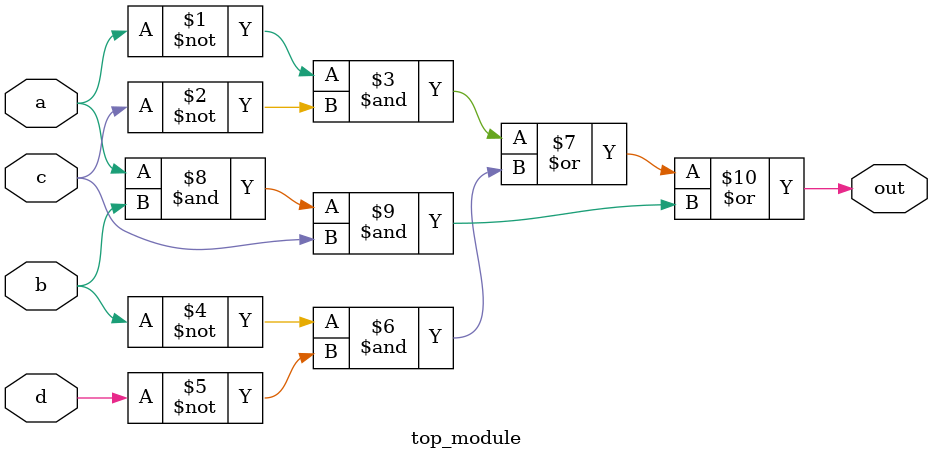
<source format=v>
module top_module(
    input a,
    input b,
    input c,
    input d,
    output out
);

    assign out = (~a & ~c) | (~b & ~d) | (a & b & c);

endmodule
</source>
